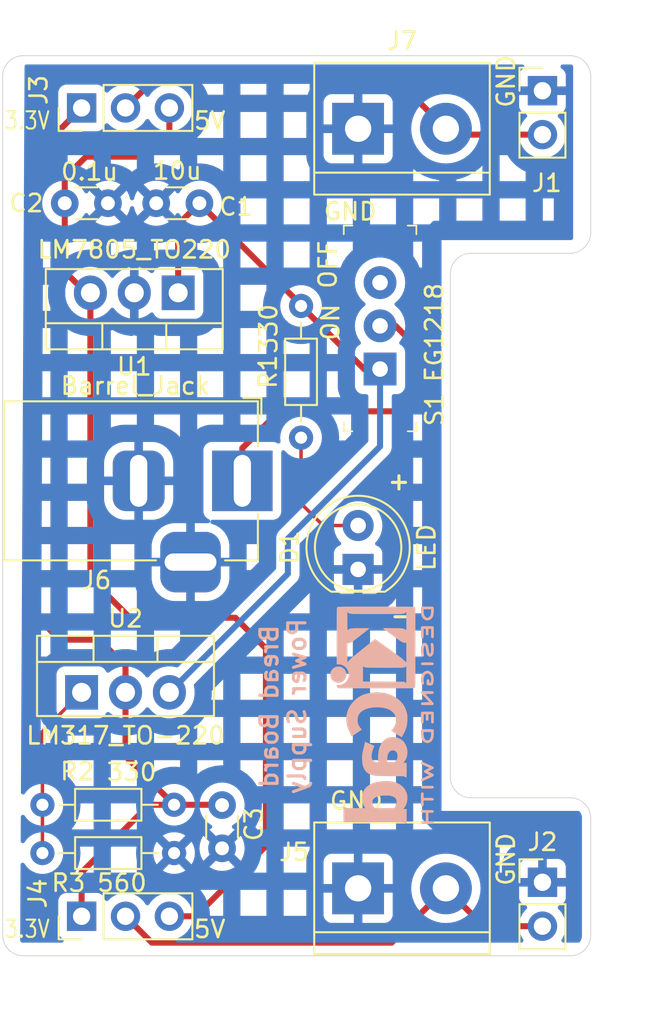
<source format=kicad_pcb>
(kicad_pcb (version 20240108) (generator "pcbnew") (generator_version "8.0")
  (layers (0 "F.Cu" signal) (31 "B.Cu" signal) (34 "B.Paste" user) (35 "F.Paste" user) (36 "B.SilkS" user "B.Silkscreen") (37 "F.SilkS" user "F.Silkscreen") (38 "B.Mask" user) (39 "F.Mask" user) (44 "Edge.Cuts" user))
  (net 0 "")
  (net 1 "GND")
  (net 2 "/12V")
  (net 3 "/5V")
  (net 4 "/3.3V")
  (net 5 "Net-(D1-A)")
  (net 6 "/PWR_input")
  (net 7 "Net-(U2-ADJ)")
  (net 9 "/PWR_OUT_TOP")
  (net 10 "/PWR_OUT_BOTTOM")
  (footprint "TerminalBlock:TerminalBlock_bornier-2_P5.08mm" (layer "F.Cu") (at 142.748 131.987)
    (property "Reference" "J5" (at -3.7084 -2.0934 0) (layer "F.SilkS"))
    (property "Value" "Screw_Terminal_01x02")
    (pad "1" thru_hole rect (at 0 0) (size 3 3) (drill 1.52) (layers "*.Cu" "*.Mask") (net 1 "GND"))
    (pad "2" thru_hole circle (at 5.08 0) (size 3 3) (drill 1.52) (layers "*.Cu" "*.Mask") (net 10 "/PWR_OUT_BOTTOM"))
  )
  (footprint "digikey-footprints:Switch_Slide_11.6x4mm_EG1218" (layer "F.Cu") (at 144.018 101.948 90)
    (property "Reference" "S1" (at -2.3444 3.1496 90) (layer "F.SilkS"))
    (property "Value" "EG1218" (at 2.11 3.14 90) (layer "F.SilkS"))
    (pad "1" thru_hole rect (at 0 0 90) (size 1.9 1.9) (drill 0.9) (layers "*.Cu" "*.Mask") (net 2 "/12V"))
    (pad "2" thru_hole circle (at 2.5 0 90) (size 1.9 1.9) (drill 0.9) (layers "*.Cu" "*.Mask") (net 6 "/PWR_input"))
    (pad "3" thru_hole circle (at 5 0 90) (size 1.9 1.9) (drill 0.9) (layers "*.Cu" "*.Mask"))
  )
  (footprint "Package_TO_SOT_THT:TO-220-3_Vertical" (layer "F.Cu") (at 132.334 97.536 180)
    (property "Reference" "U1" (at 2.54 -4.27 360) (layer "F.SilkS"))
    (property "Value" "LM7805_TO220" (at 2.54 2.5 0) (layer "F.SilkS"))
    (pad "1" thru_hole rect (at 0 0 180) (size 1.905 2) (drill 1.1) (layers "*.Cu" "*.Mask") (net 2 "/12V"))
    (pad "2" thru_hole oval (at 2.54 0 180) (size 1.905 2) (drill 1.1) (layers "*.Cu" "*.Mask") (net 1 "GND"))
    (pad "3" thru_hole oval (at 5.08 0 180) (size 1.905 2) (drill 1.1) (layers "*.Cu" "*.Mask") (net 3 "/5V"))
  )
  (footprint "Capacitor_THT:C_Disc_D3.0mm_W1.6mm_P2.50mm" (layer "F.Cu") (at 134.874 127.1724 -90)
    (property "Reference" "C3" (at 1.1056 -1.836 90) (layer "F.SilkS"))
    (property "Value" "1u")
    (pad "1" thru_hole circle (at 0 0 270) (size 1.6 1.6) (drill 0.8) (layers "*.Cu" "*.Mask") (net 4 "/3.3V"))
    (pad "2" thru_hole circle (at 2.5 0 270) (size 1.6 1.6) (drill 0.8) (layers "*.Cu" "*.Mask") (net 1 "GND"))
  )
  (footprint "Connector_PinHeader_2.54mm:PinHeader_1x03_P2.54mm_Vertical" (layer "F.Cu") (at 126.746 86.8426 90)
    (property "Reference" "J3" (at 1.0414 -2.4892 90) (layer "F.SilkS"))
    (property "Value" "Conn_01x03_Pin")
    (pad "1" thru_hole rect (at 0 0 90) (size 1.7 1.7) (drill 1) (layers "*.Cu" "*.Mask") (net 4 "/3.3V"))
    (pad "2" thru_hole oval (at 0 2.54 90) (size 1.7 1.7) (drill 1) (layers "*.Cu" "*.Mask") (net 9 "/PWR_OUT_TOP"))
    (pad "3" thru_hole oval (at 0 5.08 90) (size 1.7 1.7) (drill 1) (layers "*.Cu" "*.Mask") (net 3 "/5V"))
  )
  (footprint "Connector_BarrelJack:BarrelJack_Horizontal" (layer "F.Cu") (at 136.048 108.4149)
    (property "Reference" "J6" (at -8.45 5.75 360) (layer "F.SilkS"))
    (property "Value" "Barrel_Jack" (at -6.2 -5.5 360) (layer "F.SilkS"))
    (pad "1" thru_hole rect (at 0 0) (size 3.5 3.5) (drill oval 1 3) (layers "*.Cu" "*.Mask") (net 6 "/PWR_input"))
    (pad "2" thru_hole roundrect (at -6 0) (size 3 3.5) (drill oval 1 3) (layers "*.Cu" "*.Mask") (net 1 "GND"))
    (pad "3" thru_hole roundrect (at -3 4.7) (size 3.5 3.5) (drill oval 3 1) (layers "*.Cu" "*.Mask") (net 1 "GND"))
  )
  (footprint "Connector_PinHeader_2.54mm:PinHeader_1x03_P2.54mm_Vertical" (layer "F.Cu") (at 126.746 133.604 90)
    (property "Reference" "J4" (at 1.3208 -2.54 90) (layer "F.SilkS"))
    (property "Value" "Conn_01x03_Pin")
    (pad "1" thru_hole rect (at 0 0 90) (size 1.7 1.7) (drill 1) (layers "*.Cu" "*.Mask") (net 4 "/3.3V"))
    (pad "2" thru_hole oval (at 0 2.54 90) (size 1.7 1.7) (drill 1) (layers "*.Cu" "*.Mask") (net 10 "/PWR_OUT_BOTTOM"))
    (pad "3" thru_hole oval (at 0 5.08 90) (size 1.7 1.7) (drill 1) (layers "*.Cu" "*.Mask") (net 3 "/5V"))
  )
  (footprint "Capacitor_THT:C_Disc_D3.0mm_W1.6mm_P2.50mm" (layer "F.Cu") (at 133.564 92.3544 180)
    (property "Reference" "C1" (at -2.1228 -0.2032 360) (layer "F.SilkS"))
    (property "Value" "10u" (at 1.2808 1.8796 360) (layer "F.SilkS"))
    (pad "1" thru_hole circle (at 0 0 180) (size 1.6 1.6) (drill 0.8) (layers "*.Cu" "*.Mask") (net 2 "/12V"))
    (pad "2" thru_hole circle (at 2.5 0 180) (size 1.6 1.6) (drill 0.8) (layers "*.Cu" "*.Mask") (net 1 "GND"))
  )
  (footprint "TerminalBlock:TerminalBlock_bornier-2_P5.08mm" (layer "F.Cu") (at 142.748 88.047)
    (property "Reference" "J7" (at 2.54 -5.08 0) (layer "F.SilkS"))
    (property "Value" "Screw_Terminal_01x02")
    (pad "1" thru_hole rect (at 0 0) (size 3 3) (drill 1.52) (layers "*.Cu" "*.Mask") (net 1 "GND"))
    (pad "2" thru_hole circle (at 5.08 0) (size 3 3) (drill 1.52) (layers "*.Cu" "*.Mask") (net 9 "/PWR_OUT_TOP"))
  )
  (footprint "Resistor_THT:R_Axial_DIN0204_L3.6mm_D1.6mm_P7.62mm_Horizontal" (layer "F.Cu") (at 132.098 129.9464 180)
    (property "Reference" "R3" (at 6.114 -1.7272 360) (layer "F.SilkS"))
    (property "Value" "560" (at 3.0152 -1.7272 360) (layer "F.SilkS"))
    (pad "1" thru_hole circle (at 0 0 180) (size 1.4 1.4) (drill 0.7) (layers "*.Cu" "*.Mask") (net 1 "GND"))
    (pad "2" thru_hole oval (at 7.62 0 180) (size 1.4 1.4) (drill 0.7) (layers "*.Cu" "*.Mask") (net 7 "Net-(U2-ADJ)"))
  )
  (footprint "Package_TO_SOT_THT:TO-220-3_Vertical" (layer "F.Cu") (at 126.746 120.65)
    (property "Reference" "U2" (hide yes))
    (property "Value" "LM317_TO-220" (at 2.54 2.5 360) (layer "F.SilkS"))
    (fp_text user "${REFERENCE}" (at 2.54 -4.27 360) (layer "F.SilkS"))
    (pad "1" thru_hole rect (at 0 0) (size 1.905 2) (drill 1.1) (layers "*.Cu" "*.Mask") (net 7 "Net-(U2-ADJ)"))
    (pad "2" thru_hole oval (at 2.54 0) (size 1.905 2) (drill 1.1) (layers "*.Cu" "*.Mask") (net 4 "/3.3V"))
    (pad "3" thru_hole oval (at 5.08 0) (size 1.905 2) (drill 1.1) (layers "*.Cu" "*.Mask") (net 2 "/12V"))
  )
  (footprint "LED_THT:LED_D5.0mm_Clear" (layer "F.Cu") (at 142.748 113.538 90)
    (property "Reference" "D1" (at 1.27 -3.96 90) (layer "F.SilkS"))
    (property "Value" "LED" (at 1.27 3.96 90) (layer "F.SilkS"))
    (pad "1" thru_hole rect (at 0 0 90) (size 1.8 1.8) (drill 0.9) (layers "*.Cu" "*.Mask") (net 1 "GND"))
    (pad "2" thru_hole circle (at 2.54 0 90) (size 1.8 1.8) (drill 0.9) (layers "*.Cu" "*.Mask") (net 5 "Net-(D1-A)"))
  )
  (footprint "Resistor_THT:R_Axial_DIN0204_L3.6mm_D1.6mm_P7.62mm_Horizontal" (layer "F.Cu") (at 124.478 127.1524)
    (property "Reference" "R2" (at 2.014 -1.9304 360) (layer "F.SilkS"))
    (property "Value" "330" (at 5.1636 -1.8796 360) (layer "F.SilkS"))
    (pad "1" thru_hole circle (at 0 0) (size 1.4 1.4) (drill 0.7) (layers "*.Cu" "*.Mask") (net 7 "Net-(U2-ADJ)"))
    (pad "2" thru_hole oval (at 7.62 0) (size 1.4 1.4) (drill 0.7) (layers "*.Cu" "*.Mask") (net 4 "/3.3V"))
  )
  (footprint "Connector_PinHeader_2.54mm:PinHeader_1x02_P2.54mm_Vertical" (layer "F.Cu") (at 153.416 85.847)
    (property "Reference" "J1" (at 0.254 5.339 360) (layer "F.SilkS"))
    (property "Value" "Conn_01x02_Pin")
    (pad "1" thru_hole rect (at 0 0) (size 1.7 1.7) (drill 1) (layers "*.Cu" "*.Mask") (net 1 "GND"))
    (pad "2" thru_hole oval (at 0 2.54) (size 1.7 1.7) (drill 1) (layers "*.Cu" "*.Mask") (net 9 "/PWR_OUT_TOP"))
  )
  (footprint "Resistor_THT:R_Axial_DIN0204_L3.6mm_D1.6mm_P7.62mm_Horizontal" (layer "F.Cu") (at 139.446 105.918 90)
    (property "Reference" "R1" (at 3.81 -1.92 90) (layer "F.SilkS"))
    (property "Value" "330" (at 6.2992 -1.8796 90) (layer "F.SilkS"))
    (pad "1" thru_hole circle (at 0 0 90) (size 1.4 1.4) (drill 0.7) (layers "*.Cu" "*.Mask") (net 5 "Net-(D1-A)"))
    (pad "2" thru_hole oval (at 7.62 0 90) (size 1.4 1.4) (drill 0.7) (layers "*.Cu" "*.Mask") (net 2 "/12V"))
  )
  (footprint "Connector_PinHeader_2.54mm:PinHeader_1x02_P2.54mm_Vertical" (layer "F.Cu") (at 153.416 131.637)
    (property "Reference" "J2" (at 0 -2.33 360) (layer "F.SilkS"))
    (property "Value" "Conn_01x02_Pin")
    (pad "1" thru_hole rect (at 0 0) (size 1.7 1.7) (drill 1) (layers "*.Cu" "*.Mask") (net 1 "GND"))
    (pad "2" thru_hole oval (at 0 2.54) (size 1.7 1.7) (drill 1) (layers "*.Cu" "*.Mask") (net 10 "/PWR_OUT_BOTTOM"))
  )
  (footprint "Capacitor_THT:C_Disc_D3.0mm_W1.6mm_P2.50mm" (layer "F.Cu") (at 125.77 92.3544)
    (property "Reference" "C2" (at -2.2244 0 360) (layer "F.SilkS"))
    (property "Value" "0.1u" (at 1.4332 -1.8288 360) (layer "F.SilkS"))
    (pad "1" thru_hole circle (at 0 0) (size 1.6 1.6) (drill 0.8) (layers "*.Cu" "*.Mask") (net 3 "/5V"))
    (pad "2" thru_hole circle (at 2.5 0) (size 1.6 1.6) (drill 0.8) (layers "*.Cu" "*.Mask") (net 1 "GND"))
  )
  (footprint "Symbol:KiCad-Logo2_5mm_SilkScreen" (layer "B.Cu") (at 144.1196 121.9708 -90)
    (property "Reference" "REF**" (hide yes))
    (property "Value" "KiCad-Logo2_5mm_SilkScreen" (hide yes))
  )
  (gr_line (start 149.282 95.25) (end 155.01 95.25) (stroke (width 0.05)) (layer "Edge.Cuts"))
  (gr_line (start 155.01 126.746) (end 149.282 126.746) (stroke (width 0.05)) (layer "Edge.Cuts"))
  (gr_arc (start 156.21 134.69) (mid 155.858528 135.538528) (end 155.01 135.89) (stroke (width 0.05)) (layer "Edge.Cuts"))
  (gr_line (start 156.21 94.05) (end 156.21 85.02) (stroke (width 0.05)) (layer "Edge.Cuts"))
  (gr_arc (start 155.01 126.746) (mid 155.858528 127.097472) (end 156.21 127.946) (stroke (width 0.05)) (layer "Edge.Cuts"))
  (gr_arc (start 156.21 94.05) (mid 155.858528 94.898528) (end 155.01 95.25) (stroke (width 0.05)) (layer "Edge.Cuts"))
  (gr_arc (start 148.082 96.45) (mid 148.433472 95.601472) (end 149.282 95.25) (stroke (width 0.05)) (layer "Edge.Cuts"))
  (gr_arc (start 155.01 83.82) (mid 155.858528 84.171472) (end 156.21 85.02) (stroke (width 0.05)) (layer "Edge.Cuts"))
  (gr_line (start 155.01 83.82) (end 123.374 83.82) (stroke (width 0.05)) (layer "Edge.Cuts"))
  (gr_arc (start 149.282 126.746) (mid 148.433472 126.394528) (end 148.082 125.546) (stroke (width 0.05)) (layer "Edge.Cuts"))
  (gr_line (start 123.374 135.89) (end 155.01 135.89) (stroke (width 0.05)) (layer "Edge.Cuts"))
  (gr_line (start 122.174 85.02) (end 122.174 134.69) (stroke (width 0.05)) (layer "Edge.Cuts"))
  (gr_arc (start 123.374 135.89) (mid 122.525472 135.538528) (end 122.174 134.69) (stroke (width 0.05)) (layer "Edge.Cuts"))
  (gr_arc (start 122.174 85.02) (mid 122.525472 84.171472) (end 123.374 83.82) (stroke (width 0.05)) (layer "Edge.Cuts"))
  (gr_line (start 156.21 134.69) (end 156.21 127.946) (stroke (width 0.05)) (layer "Edge.Cuts"))
  (gr_line (start 148.082 125.546) (end 148.082 96.45) (stroke (width 0.05)) (layer "Edge.Cuts"))
  (gr_text "Bread Board\nPower Supply" (at 139.8016 121.4628 90) (layer "B.SilkS") (effects (font (size 1 1) (thickness 0.18) (bold yes)) (justify bottom mirror)))
  (gr_text "3.3V" (at 122.2248 88.1634 0) (layer "F.SilkS") (effects (font (size 1 0.8) (thickness 0.12)) (justify left bottom)))
  (gr_text "-\n" (at 144.526 116.7892 0) (layer "F.SilkS") (effects (font (size 1 1) (thickness 0.18) (bold yes)) (justify left bottom)))
  (gr_text "3.3V" (at 122.2248 134.9248 0) (layer "F.SilkS") (effects (font (size 1 0.8) (thickness 0.12)) (justify left bottom)))
  (gr_text "GND" (at 141.0208 127.508 0) (layer "F.SilkS") (effects (font (size 1 1)) (justify left bottom)))
  (gr_text "ON" (at 141.732 100.3808 90) (layer "F.SilkS") (effects (font (size 1 1)) (justify left bottom)))
  (gr_text "5V" (at 133.156 88.1726 0) (layer "F.SilkS") (effects (font (size 1 1)) (justify left bottom)))
  (gr_text "GND" (at 151.892 131.9276 90) (layer "F.SilkS") (effects (font (size 1 1)) (justify left bottom)))
  (gr_text "GND" (at 151.892 86.9188 90) (layer "F.SilkS") (effects (font (size 1 1)) (justify left bottom)))
  (gr_text "GND" (at 140.6652 93.4212 0) (layer "F.SilkS") (effects (font (size 1 1)) (justify left bottom)))
  (gr_text "5V" (at 133.156 134.934 0) (layer "F.SilkS") (effects (font (size 1 1)) (justify left bottom)))
  (gr_text "+" (at 144.3736 109.0168 0) (layer "F.SilkS") (effects (font (size 1 1) (thickness 0.18) (bold yes)) (justify left bottom)))
  (gr_text "OFF" (at 141.5796 97.3836 90) (layer "F.SilkS") (effects (font (size 1 1)) (justify left bottom)))
  (segment (start 133.564 92.3544) (end 139.446 98.2364) (width 0.35) (layer "F.Cu") (net 2))
  (segment (start 143.096 101.948) (end 139.446 98.298) (width 0.35) (layer "F.Cu") (net 2))
  (segment (start 139.446 98.2364) (end 139.446 98.298) (width 0.35) (layer "F.Cu") (net 2))
  (segment (start 144.018 101.948) (end 143.096 101.948) (width 0.35) (layer "F.Cu") (net 2))
  (segment (start 132.334 93.5844) (end 133.564 92.3544) (width 0.35) (layer "F.Cu") (net 2))
  (segment (start 131.826 120.65) (end 131.826 120.904) (width 0.35) (layer "F.Cu") (net 2))
  (segment (start 132.334 97.536) (end 132.334 93.5844) (width 0.35) (layer "F.Cu") (net 2))
  (segment (start 138.684 113.792) (end 138.684 111.76) (width 0.35) (layer "B.Cu") (net 2))
  (segment (start 144.018 106.426) (end 144.018 101.948) (width 0.35) (layer "B.Cu") (net 2))
  (segment (start 131.826 120.65) (end 138.684 113.792) (width 0.35) (layer "B.Cu") (net 2))
  (segment (start 138.684 111.76) (end 144.018 106.426) (width 0.35) (layer "B.Cu") (net 2))
  (segment (start 131.826 133.604) (end 133.35 133.604) (width 0.35) (layer "F.Cu") (net 3))
  (segment (start 127 97.536) (end 125.77 96.306) (width 0.35) (layer "F.Cu") (net 3))
  (segment (start 125.77 92.3544) (end 125.77 90.892) (width 0.35) (layer "F.Cu") (net 3))
  (segment (start 127 89.662) (end 130.556 89.662) (width 0.35) (layer "F.Cu") (net 3))
  (segment (start 125.77 96.306) (end 125.77 92.3544) (width 0.35) (layer "F.Cu") (net 3))
  (segment (start 131.826 88.392) (end 131.826 86.8426) (width 0.35) (layer "F.Cu") (net 3))
  (segment (start 129.54 116.332) (end 135.636 116.332) (width 0.35) (layer "F.Cu") (net 3))
  (segment (start 135.636 116.332) (end 137.414 118.11) (width 0.35) (layer "F.Cu") (net 3))
  (segment (start 127.254 97.536) (end 127.254 114.046) (width 0.35) (layer "F.Cu") (net 3))
  (segment (start 130.556 89.662) (end 131.826 88.392) (width 0.35) (layer "F.Cu") (net 3))
  (segment (start 133.35 133.604) (end 137.414 129.54) (width 0.35) (layer "F.Cu") (net 3))
  (segment (start 127.254 97.536) (end 127 97.536) (width 0.35) (layer "F.Cu") (net 3))
  (segment (start 137.414 118.11) (end 137.414 129.54) (width 0.35) (layer "F.Cu") (net 3))
  (segment (start 127.254 114.046) (end 129.54 116.332) (width 0.35) (layer "F.Cu") (net 3))
  (segment (start 125.77 90.892) (end 127 89.662) (width 0.35) (layer "F.Cu") (net 3))
  (segment (start 132.098 127.1524) (end 134.854 127.1524) (width 0.35) (layer "F.Cu") (net 4))
  (segment (start 127.762 117.602) (end 125.476 117.602) (width 0.35) (layer "F.Cu") (net 4))
  (segment (start 123.698 89.8906) (end 123.698 115.824) (width 0.35) (layer "F.Cu") (net 4))
  (segment (start 129.286 119.126) (end 127.762 117.602) (width 0.35) (layer "F.Cu") (net 4))
  (segment (start 129.286 120.65) (end 129.286 119.126) (width 0.35) (layer "F.Cu") (net 4))
  (segment (start 126.746 133.604) (end 126.746 131.064) (width 0.35) (layer "F.Cu") (net 4))
  (segment (start 134.854 127.1524) (end 134.874 127.1724) (width 0.35) (layer "F.Cu") (net 4))
  (segment (start 125.476 117.602) (end 123.698 115.824) (width 0.35) (layer "F.Cu") (net 4))
  (segment (start 130.6576 127.1524) (end 126.746 131.064) (width 0.35) (layer "F.Cu") (net 4))
  (segment (start 126.746 86.8426) (end 123.698 89.8906) (width 0.35) (layer "F.Cu") (net 4))
  (segment (start 132.098 127.1524) (end 129.286 124.3404) (width 0.35) (layer "F.Cu") (net 4))
  (segment (start 129.286 124.3404) (end 129.286 120.65) (width 0.35) (layer "F.Cu") (net 4))
  (segment (start 132.098 127.1524) (end 130.6576 127.1524) (width 0.35) (layer "F.Cu") (net 4))
  (segment (start 142.748 110.998) (end 140.716 110.998) (width 0.2) (layer "F.Cu") (net 5))
  (segment (start 140.716 110.998) (end 139.446 109.728) (width 0.2) (layer "F.Cu") (net 5))
  (segment (start 139.446 109.728) (end 139.446 105.918) (width 0.2) (layer "F.Cu") (net 5))
  (segment (start 138.176 104.394) (end 136.048 106.522) (width 0.35) (layer "F.Cu") (net 6))
  (segment (start 145.796 103.378) (end 144.78 104.394) (width 0.35) (layer "F.Cu") (net 6))
  (segment (start 144.78 104.394) (end 138.176 104.394) (width 0.35) (layer "F.Cu") (net 6))
  (segment (start 144.018 99.448) (end 144.914 99.448) (width 0.35) (layer "F.Cu") (net 6))
  (segment (start 136.048 106.522) (end 136.048 108.4149) (width 0.35) (layer "F.Cu") (net 6))
  (segment (start 145.796 100.33) (end 145.796 103.378) (width 0.35) (layer "F.Cu") (net 6))
  (segment (start 144.914 99.448) (end 145.796 100.33) (width 0.35) (layer "F.Cu") (net 6))
  (segment (start 126.746 120.65) (end 124.46 122.936) (width 0.2) (layer "F.Cu") (net 7))
  (segment (start 124.46 123.952) (end 124.478 123.97) (width 0.2) (layer "F.Cu") (net 7))
  (segment (start 124.478 129.9464) (end 124.478 127.1524) (width 0.2) (layer "F.Cu") (net 7))
  (segment (start 124.46 122.936) (end 124.46 123.952) (width 0.2) (layer "F.Cu") (net 7))
  (segment (start 124.478 123.97) (end 124.478 127.1524) (width 0.2) (layer "F.Cu") (net 7))
  (segment (start 131.0386 85.09) (end 144.871 85.09) (width 0.35) (layer "F.Cu") (net 9))
  (segment (start 153.416 88.387) (end 148.168 88.387) (width 0.35) (layer "F.Cu") (net 9))
  (segment (start 129.286 86.8426) (end 131.0386 85.09) (width 0.35) (layer "F.Cu") (net 9))
  (segment (start 144.871 85.09) (end 147.828 88.047) (width 0.35) (layer "F.Cu") (net 9))
  (segment (start 148.168 88.387) (end 147.828 88.047) (width 0.35) (layer "F.Cu") (net 9))
  (segment (start 147.828 131.987) (end 149.953 134.112) (width 0.35) (layer "F.Cu") (net 10))
  (segment (start 138.43 135.128) (end 144.687 135.128) (width 0.35) (layer "F.Cu") (net 10))
  (segment (start 144.687 135.128) (end 147.828 131.987) (width 0.35) (layer "F.Cu") (net 10))
  (segment (start 149.953 134.112) (end 150.114 134.112) (width 0.35) (layer "F.Cu") (net 10))
  (segment (start 150.179 134.177) (end 153.416 134.177) (width 0.35) (layer "F.Cu") (net 10))
  (segment (start 130.81 135.128) (end 138.43 135.128) (width 0.35) (layer "F.Cu") (net 10))
  (segment (start 150.114 134.112) (end 150.179 134.177) (width 0.35) (layer "F.Cu") (net 10))
  (segment (start 129.286 133.604) (end 130.81 135.128) (width 0.35) (layer "F.Cu") (net 10))
  (zone (net 1) (net_name "GND") (layer "B.Cu") (connect_pads (clearance 0.5)) (min_thickness 0.25) (fill yes (mode hatch) (thermal_gap 0.5) (thermal_bridge_width 0.5) (hatch_thickness 1) (hatch_gap 1.5) (hatch_orientation 0) (hatch_border_algorithm hatch_thickness) (hatch_min_hole_area 0.3))
    (polygon (pts (xy 123.444 84.328) (xy 123.19 135.128) (xy 155.702 135.128) (xy 155.702 127.508) (xy 147.574 127.508) (xy 147.574 94.488) (xy 155.194 94.488) (xy 155.194 84.328) (xy 150.622 84.328)))
  )
)
</source>
